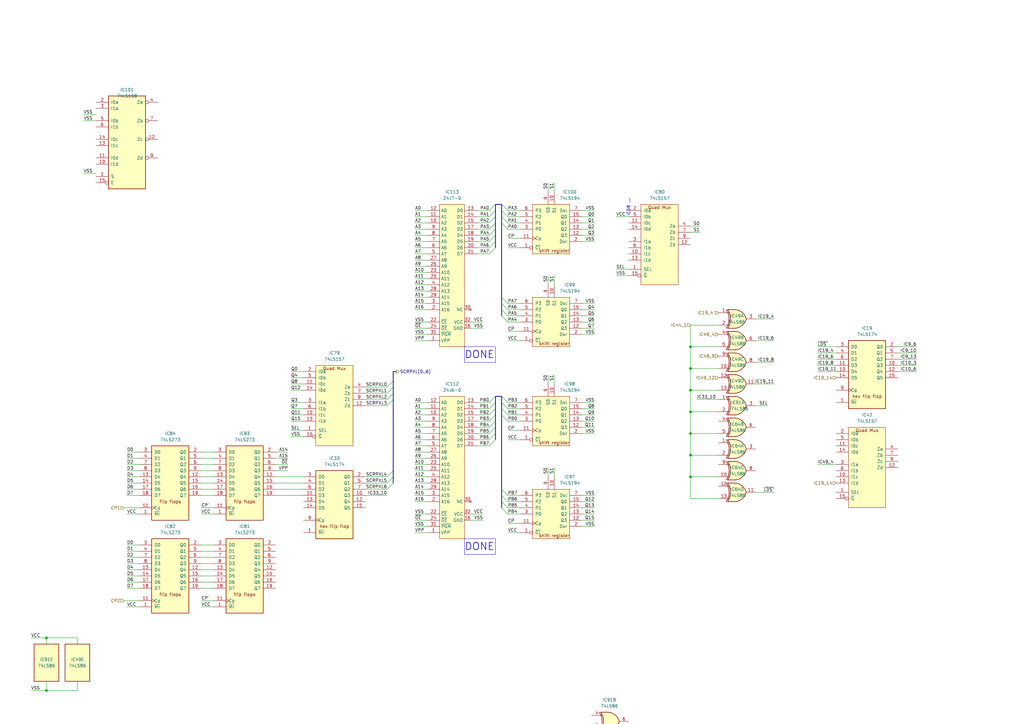
<source format=kicad_sch>
(kicad_sch (version 20231120) (generator "eeschema") (generator_version "8.0")
  (paper "A3")
  (title_block (company "JOTEGO"))
  (lib_symbols
    (symbol "jt74:74LS157" (pin_names (offset 1.016))
      (property "Reference" "U" (at 5.08 16.51 0))
      (property "Value" "74LS157" (at 0 -16.51 0))
      (symbol "74LS157_0_0"
        (text "Quad Mux" (at 0 13.97 0) (effects (font (size 1.27 1.27))))
      )
      (symbol "74LS157_1_0"
        (pin input line (at -12.7 -11.43 0) (length 5.08) (name "SEL") (number "1"))
        (pin input line (at -12.7 -5.08 0) (length 5.08) (name "I1c") (number "10"))
        (pin input line (at -12.7 7.62 0) (length 5.08) (name "I0c") (number "11"))
        (pin output line (at 12.7 -1.27 180) (length 5.08) (name "Zd") (number "12"))
        (pin input line (at -12.7 -7.62 0) (length 5.08) (name "I1d") (number "13"))
        (pin input line (at -12.7 5.08 0) (length 5.08) (name "I0d") (number "14"))
        (pin input inverted (at -12.7 -13.97 0) (length 5.08) (name "~{G}") (number "15"))
        (pin input line (at -12.7 12.7 0) (length 5.08) (name "I0a") (number "2"))
        (pin input line (at -12.7 0 0) (length 5.08) (name "I1a") (number "3"))
        (pin output line (at 12.7 6.35 180) (length 5.08) (name "Za") (number "4"))
        (pin input line (at -12.7 10.16 0) (length 5.08) (name "I0b") (number "5"))
        (pin input line (at -12.7 -2.54 0) (length 5.08) (name "I1b") (number "6"))
        (pin output line (at 12.7 3.81 180) (length 5.08) (name "Zb") (number "7"))
        (pin output line (at 12.7 1.27 180) (length 5.08) (name "Zc") (number "9"))
      )
      (symbol "74LS157_1_1"
        (rectangle (start -7.62 15.24) (end 7.62 -17.78) (fill (type background)))
      )
    )
    (symbol "jt74:74LS158" (pin_names (offset 1.016))
      (property "Reference" "U" (at -7.62 19.05 0))
      (property "Value" "74LS158" (at -7.62 -21.59 0))
      (symbol "74LS158_1_0"
        (pin input line (at -12.7 -15.24 0) (length 5.08) (name "S") (number "1"))
        (pin input line (at -12.7 -10.16 0) (length 5.08) (name "I1d") (number "10"))
        (pin input line (at -12.7 -7.62 0) (length 5.08) (name "I0d") (number "11"))
        (pin output inverted (at 12.7 0 180) (length 5.08) (name "Zc") (number "12"))
        (pin input line (at -12.7 -2.54 0) (length 5.08) (name "I1c") (number "13"))
        (pin input line (at -12.7 0 0) (length 5.08) (name "I0c") (number "14"))
        (pin input inverted (at -12.7 -17.78 0) (length 5.08) (name "E") (number "15"))
        (pin input line (at 0 22.86 270) (length 5.08) hide (name "VCC") (number "16"))
        (pin input line (at -12.7 15.24 0) (length 5.08) (name "I0a") (number "2"))
        (pin input line (at -12.7 12.7 0) (length 5.08) (name "I1a") (number "3"))
        (pin output inverted (at 12.7 15.24 180) (length 5.08) (name "Za") (number "4"))
        (pin input line (at -12.7 7.62 0) (length 5.08) (name "I0b") (number "5"))
        (pin input line (at -12.7 5.08 0) (length 5.08) (name "I1b") (number "6"))
        (pin output inverted (at 12.7 7.62 180) (length 5.08) (name "Zb") (number "7"))
        (pin input line (at 0 -25.4 90) (length 5.08) hide (name "GND") (number "8"))
        (pin output inverted (at 12.7 -7.62 180) (length 5.08) (name "Zd") (number "9"))
      )
      (symbol "74LS158_1_1"
        (rectangle (start -7.62 17.78) (end 7.62 -20.32) (stroke (width 0.254)) (fill (type background)))
      )
    )
    (symbol "jt74:74LS174" (pin_names (offset 1.016))
      (property "Reference" "U" (at 5.08 -12.7 0))
      (property "Value" "74LS174" (at 0 -5.08 0))
      (symbol "74LS174_0_0"
        (text "hex flip flop" (at 0 -10.16 0) (effects (font (size 1.27 1.27))))
      )
      (symbol "74LS174_1_0"
        (pin input line (at -12.7 -12.7 0) (length 5.08) (name "~{Mr}") (number "1"))
        (pin output line (at 12.7 2.54 180) (length 5.08) (name "Q3") (number "10"))
        (pin input line (at -12.7 2.54 0) (length 5.08) (name "D3") (number "11"))
        (pin output line (at 12.7 0 180) (length 5.08) (name "Q4") (number "12"))
        (pin input line (at -12.7 0 0) (length 5.08) (name "D4") (number "13"))
        (pin input line (at -12.7 -2.54 0) (length 5.08) (name "D5") (number "14"))
        (pin output line (at 12.7 -2.54 180) (length 5.08) (name "Q5") (number "15"))
        (pin output line (at 12.7 10.16 180) (length 5.08) (name "Q0") (number "2"))
        (pin input line (at -12.7 10.16 0) (length 5.08) (name "D0") (number "3"))
        (pin input line (at -12.7 7.62 0) (length 5.08) (name "D1") (number "4"))
        (pin output line (at 12.7 7.62 180) (length 5.08) (name "Q1") (number "5"))
        (pin input line (at -12.7 5.08 0) (length 5.08) (name "D2") (number "6"))
        (pin output line (at 12.7 5.08 180) (length 5.08) (name "Q2") (number "7"))
        (pin input clock (at -12.7 -7.62 0) (length 5.08) (name "Cp") (number "9"))
      )
      (symbol "74LS174_1_1"
        (rectangle (start -7.62 12.7) (end 7.62 -15.24) (stroke (width 0.254)) (fill (type background)))
        (pin power_in line (at 0 12.7 270) (length 5.08) hide (name "VCC") (number "16"))
        (pin power_in line (at 0 -15.24 90) (length 5.08) hide (name "VSS") (number "8"))
      )
    )
    (symbol "jt74:74LS194" (pin_names (offset 1.016))
      (property "Reference" "U" (at 0 -2.54 0))
      (property "Value" "74LS194" (at 0 -13.97 0))
      (symbol "74LS194_0_0"
        (text "shift register" (at 1.27 -11.43 0) (effects (font (size 1.27 1.27))))
      )
      (symbol "74LS194_1_0"
        (pin input inverted (at -12.7 -10.16 0) (length 5.08) (name "~{CL}") (number "1"))
        (pin input line (at 1.27 12.7 270) (length 5.08) (name "S1") (number "10"))
        (pin input clock (at -12.7 -6.35 0) (length 5.08) (name "Cp") (number "11"))
        (pin output line (at 12.7 -5.08 180) (length 5.08) (name "Q3") (number "12"))
        (pin output line (at 12.7 -2.54 180) (length 5.08) (name "Q2") (number "13"))
        (pin output line (at 12.7 0 180) (length 5.08) (name "Q1") (number "14"))
        (pin output line (at 12.7 2.54 180) (length 5.08) (name "Q0") (number "15"))
        (pin input line (at 12.7 -7.62 180) (length 5.08) (name "Dsr") (number "2"))
        (pin input line (at -12.7 -2.54 0) (length 5.08) (name "P0") (number "3"))
        (pin input line (at -12.7 0 0) (length 5.08) (name "P1") (number "4"))
        (pin input line (at -12.7 2.54 0) (length 5.08) (name "P2") (number "5"))
        (pin input line (at -12.7 5.08 0) (length 5.08) (name "P3") (number "6"))
        (pin input line (at 12.7 5.08 180) (length 5.08) (name "Dsl") (number "7"))
        (pin input line (at -1.27 12.7 270) (length 5.08) (name "S0") (number "9"))
      )
      (symbol "74LS194_1_1"
        (rectangle (start -7.62 7.62) (end 7.62 -12.7) (fill (type background)))
      )
    )
    (symbol "jt74:74LS273" (pin_names (offset 1.016))
      (property "Reference" "U" (at 0 2.54 0))
      (property "Value" "74LS273" (at 2.54 -13.97 0))
      (symbol "74LS273_0_0"
        (text "flip flops" (at 0 -7.62 0) (effects (font (size 1.27 1.27))))
      )
      (symbol "74LS273_1_0"
        (pin input line (at -12.7 -12.7 0) (length 5.08) (name "~{Mr}") (number "1"))
        (pin input clock (at -12.7 -10.16 0) (length 5.08) (name "Cp") (number "11"))
        (pin output line (at 12.7 2.54 180) (length 5.08) (name "Q4") (number "12"))
        (pin input line (at -12.7 2.54 0) (length 5.08) (name "D4") (number "13"))
        (pin input line (at -12.7 0 0) (length 5.08) (name "D5") (number "14"))
        (pin output line (at 12.7 0 180) (length 5.08) (name "Q5") (number "15"))
        (pin output line (at 12.7 -2.54 180) (length 5.08) (name "Q6") (number "16"))
        (pin input line (at -12.7 -2.54 0) (length 5.08) (name "D6") (number "17"))
        (pin input line (at -12.7 -5.08 0) (length 5.08) (name "D7") (number "18"))
        (pin output line (at 12.7 -5.08 180) (length 5.08) (name "Q7") (number "19"))
        (pin output line (at 12.7 12.7 180) (length 5.08) (name "Q0") (number "2"))
        (pin input line (at -12.7 12.7 0) (length 5.08) (name "D0") (number "3"))
        (pin input line (at -12.7 10.16 0) (length 5.08) (name "D1") (number "4"))
        (pin output line (at 12.7 10.16 180) (length 5.08) (name "Q1") (number "5"))
        (pin output line (at 12.7 7.62 180) (length 5.08) (name "Q2") (number "6"))
        (pin input line (at -12.7 7.62 0) (length 5.08) (name "D2") (number "7"))
        (pin input line (at -12.7 5.08 0) (length 5.08) (name "D3") (number "8"))
        (pin output line (at 12.7 5.08 180) (length 5.08) (name "Q3") (number "9"))
      )
      (symbol "74LS273_1_1"
        (rectangle (start -7.62 15.24) (end 7.62 -15.24) (stroke (width 0.254)) (fill (type background)))
      )
    )
    (symbol "jt74:74LS86" (pin_names (offset 1.016))
      (property "Reference" "U" (at 0 1.27 0))
      (property "Value" "74LS86" (at 0 -1.27 0))
      (symbol "74LS86_1_0"
        (arc (start -4.4196 -3.81) (mid -3.2033 0) (end -4.4196 3.81) (stroke (width 0.254)))
        (arc (start -3.81 -3.81) (mid -2.589 0) (end -3.81 3.81) (stroke (width 0.254)))
        (arc (start -0.6096 -3.81) (mid 2.1842 -2.5851) (end 3.81 0) (stroke (width 0.254)) (fill (type background)))
        (polyline (pts (xy -3.81 -3.81) (xy -0.635 -3.81)) (stroke (width 0.254)) (fill (type background)))
        (polyline (pts (xy -3.81 3.81) (xy -0.635 3.81)) (stroke (width 0.254)) (fill (type background)))
        (polyline (pts (xy -0.635 3.81) (xy -3.81 3.81) (xy -3.81 3.81) (xy -3.556 3.4036) (xy -3.0226 2.2606) (xy -2.6924 1.0414) (xy -2.6162 -0.254) (xy -2.7686 -1.4986) (xy -3.175 -2.7178) (xy -3.81 -3.81) (xy -3.81 -3.81) (xy -0.635 -3.81)) (stroke (width -25.4)) (fill (type background)))
        (arc (start 3.81 0) (mid 2.1915 2.5936) (end -0.6096 3.81) (stroke (width 0.254)) (fill (type background)))
        (pin input line (at -7.62 2.54 0) (length 4.445) (name "~") (number "1"))
        (pin input line (at -7.62 -2.54 0) (length 4.445) (name "~") (number "2"))
        (pin output line (at 7.62 0 180) (length 3.81) (name "~") (number "3"))
      )
      (symbol "74LS86_1_1"
        (polyline (pts (xy -3.81 -2.54) (xy -3.175 -2.54)) (stroke (width 0.1524)))
        (polyline (pts (xy -3.81 2.54) (xy -3.175 2.54)) (stroke (width 0.1524)))
      )
      (symbol "74LS86_2_0"
        (arc (start -4.4196 -3.81) (mid -3.2033 0) (end -4.4196 3.81) (stroke (width 0.254)))
        (arc (start -3.81 -3.81) (mid -2.589 0) (end -3.81 3.81) (stroke (width 0.254)))
        (arc (start -0.6096 -3.81) (mid 2.1842 -2.5851) (end 3.81 0) (stroke (width 0.254)) (fill (type background)))
        (polyline (pts (xy -3.81 -3.81) (xy -0.635 -3.81)) (stroke (width 0.254)) (fill (type background)))
        (polyline (pts (xy -3.81 3.81) (xy -0.635 3.81)) (stroke (width 0.254)) (fill (type background)))
        (polyline (pts (xy -0.635 3.81) (xy -3.81 3.81) (xy -3.81 3.81) (xy -3.556 3.4036) (xy -3.0226 2.2606) (xy -2.6924 1.0414) (xy -2.6162 -0.254) (xy -2.7686 -1.4986) (xy -3.175 -2.7178) (xy -3.81 -3.81) (xy -3.81 -3.81) (xy -0.635 -3.81)) (stroke (width -25.4)) (fill (type background)))
        (arc (start 3.81 0) (mid 2.1915 2.5936) (end -0.6096 3.81) (stroke (width 0.254)) (fill (type background)))
        (pin input line (at -7.62 2.54 0) (length 4.445) (name "~") (number "4"))
        (pin input line (at -7.62 -2.54 0) (length 4.445) (name "~") (number "5"))
        (pin output line (at 7.62 0 180) (length 3.81) (name "~") (number "6"))
      )
      (symbol "74LS86_2_1"
        (polyline (pts (xy -3.81 -2.54) (xy -3.175 -2.54)) (stroke (width 0.1524)))
        (polyline (pts (xy -3.81 2.54) (xy -3.175 2.54)) (stroke (width 0.1524)))
      )
      (symbol "74LS86_3_0"
        (arc (start -4.4196 -3.81) (mid -3.2033 0) (end -4.4196 3.81) (stroke (width 0.254)))
        (arc (start -3.81 -3.81) (mid -2.589 0) (end -3.81 3.81) (stroke (width 0.254)))
        (arc (start -0.6096 -3.81) (mid 2.1842 -2.5851) (end 3.81 0) (stroke (width 0.254)) (fill (type background)))
        (polyline (pts (xy -3.81 -3.81) (xy -0.635 -3.81)) (stroke (width 0.254)) (fill (type background)))
        (polyline (pts (xy -3.81 3.81) (xy -0.635 3.81)) (stroke (width 0.254)) (fill (type background)))
        (polyline (pts (xy -0.635 3.81) (xy -3.81 3.81) (xy -3.81 3.81) (xy -3.556 3.4036) (xy -3.0226 2.2606) (xy -2.6924 1.0414) (xy -2.6162 -0.254) (xy -2.7686 -1.4986) (xy -3.175 -2.7178) (xy -3.81 -3.81) (xy -3.81 -3.81) (xy -0.635 -3.81)) (stroke (width -25.4)) (fill (type background)))
        (arc (start 3.81 0) (mid 2.1915 2.5936) (end -0.6096 3.81) (stroke (width 0.254)) (fill (type background)))
        (pin input line (at -7.62 -2.54 0) (length 4.445) (name "~") (number "10"))
        (pin output line (at 7.62 0 180) (length 3.81) (name "~") (number "8"))
        (pin input line (at -7.62 2.54 0) (length 4.445) (name "~") (number "9"))
      )
      (symbol "74LS86_3_1"
        (polyline (pts (xy -3.81 -2.54) (xy -3.175 -2.54)) (stroke (width 0.1524)))
        (polyline (pts (xy -3.81 2.54) (xy -3.175 2.54)) (stroke (width 0.1524)))
      )
      (symbol "74LS86_4_0"
        (arc (start -4.4196 -3.81) (mid -3.2033 0) (end -4.4196 3.81) (stroke (width 0.254)))
        (arc (start -3.81 -3.81) (mid -2.589 0) (end -3.81 3.81) (stroke (width 0.254)))
        (arc (start -0.6096 -3.81) (mid 2.1842 -2.5851) (end 3.81 0) (stroke (width 0.254)) (fill (type background)))
        (polyline (pts (xy -3.81 -3.81) (xy -0.635 -3.81)) (stroke (width 0.254)) (fill (type background)))
        (polyline (pts (xy -3.81 3.81) (xy -0.635 3.81)) (stroke (width 0.254)) (fill (type background)))
        (polyline (pts (xy -0.635 3.81) (xy -3.81 3.81) (xy -3.81 3.81) (xy -3.556 3.4036) (xy -3.0226 2.2606) (xy -2.6924 1.0414) (xy -2.6162 -0.254) (xy -2.7686 -1.4986) (xy -3.175 -2.7178) (xy -3.81 -3.81) (xy -3.81 -3.81) (xy -0.635 -3.81)) (stroke (width -25.4)) (fill (type background)))
        (arc (start 3.81 0) (mid 2.1915 2.5936) (end -0.6096 3.81) (stroke (width 0.254)) (fill (type background)))
        (pin output line (at 7.62 0 180) (length 3.81) (name "~") (number "11"))
        (pin input line (at -7.62 2.54 0) (length 4.445) (name "~") (number "12"))
        (pin input line (at -7.62 -2.54 0) (length 4.445) (name "~") (number "13"))
      )
      (symbol "74LS86_4_1"
        (polyline (pts (xy -3.81 -2.54) (xy -3.175 -2.54)) (stroke (width 0.1524)))
        (polyline (pts (xy -3.81 2.54) (xy -3.175 2.54)) (stroke (width 0.1524)))
      )
      (symbol "74LS86_5_0"
        (pin power_in line (at 0 7.62 270) (length 5.08) hide (name "VCC") (number "14"))
        (pin power_in line (at 0 -7.62 90) (length 5.08) hide (name "VSS") (number "7"))
      )
      (symbol "74LS86_5_1"
        (rectangle (start -5.08 7.62) (end 5.08 -7.62) (stroke (width 0.254)) (fill (type background)))
      )
    )
    (symbol "jt_rom:27C1000"
      (property "Reference" "U" (at 0 33.02 0))
      (property "Value" "27C1000" (at 0 30.48 0))
      (symbol "27C1000_1_0"
        (pin no_connect line (at 7.62 -13.97 180) (length 2.54) (name "NC") (number "30"))
      )
      (symbol "27C1000_1_1"
        (rectangle (start -5.08 29.21) (end 5.08 -29.21) (fill (type background)))
        (pin input line (at -10.16 -26.67 0) (length 5.08) (name "VPP") (number "1"))
        (pin input line (at -10.16 21.59 0) (length 5.08) (name "A2") (number "10"))
        (pin input line (at -10.16 24.13 0) (length 5.08) (name "A1") (number "11"))
        (pin input line (at -10.16 26.67 0) (length 5.08) (name "A0") (number "12"))
        (pin tri_state line (at 10.16 26.67 180) (length 5.08) (name "D0") (number "13"))
        (pin tri_state line (at 10.16 24.13 180) (length 5.08) (name "D1") (number "14"))
        (pin tri_state line (at 10.16 21.59 180) (length 5.08) (name "D2") (number "15"))
        (pin power_in line (at 7.62 -21.59 180) (length 2.54) (name "GND") (number "16"))
        (pin tri_state line (at 10.16 19.05 180) (length 5.08) (name "D3") (number "17"))
        (pin tri_state line (at 10.16 16.51 180) (length 5.08) (name "D4") (number "18"))
        (pin tri_state line (at 10.16 13.97 180) (length 5.08) (name "D5") (number "19"))
        (pin input line (at -10.16 -13.97 0) (length 5.08) (name "A16") (number "2"))
        (pin tri_state line (at 10.16 11.43 180) (length 5.08) (name "D6") (number "20"))
        (pin tri_state line (at 10.16 8.89 180) (length 5.08) (name "D7") (number "21"))
        (pin input line (at -10.16 -19.05 0) (length 5.08) (name "~{CE}") (number "22"))
        (pin input line (at -10.16 1.27 0) (length 5.08) (name "A10") (number "23"))
        (pin input line (at -10.16 -21.59 0) (length 5.08) (name "~{OE}") (number "24"))
        (pin input line (at -10.16 -1.27 0) (length 5.08) (name "A11") (number "25"))
        (pin input line (at -10.16 3.81 0) (length 5.08) (name "A9") (number "26"))
        (pin input line (at -10.16 6.35 0) (length 5.08) (name "A8") (number "27"))
        (pin input line (at -10.16 -6.35 0) (length 5.08) (name "A13") (number "28"))
        (pin input line (at -10.16 -8.89 0) (length 5.08) (name "A14") (number "29"))
        (pin input line (at -10.16 -11.43 0) (length 5.08) (name "A15") (number "3"))
        (pin input line (at -10.16 -24.13 0) (length 5.08) (name "~{PGM}") (number "31"))
        (pin power_in line (at 7.62 -19.05 180) (length 2.54) (name "VCC") (number "32"))
        (pin input line (at -10.16 -3.81 0) (length 5.08) (name "A12") (number "4"))
        (pin input line (at -10.16 8.89 0) (length 5.08) (name "A7") (number "5"))
        (pin input line (at -10.16 11.43 0) (length 5.08) (name "A6") (number "6"))
        (pin input line (at -10.16 13.97 0) (length 5.08) (name "A5") (number "7"))
        (pin input line (at -10.16 16.51 0) (length 5.08) (name "A4") (number "8"))
        (pin input line (at -10.16 19.05 0) (length 5.08) (name "A3") (number "9"))
      )
    )
  )
  (junction (at 19.05 261.62))
  (junction (at 283.21 177.8))
  (junction (at 283.21 160.02))
  (junction (at 283.21 195.58))
  (junction (at 19.05 283.21))
  (junction (at 283.21 142.24))
  (junction (at 283.21 186.69))
  (junction (at 283.21 168.91))
  (junction (at 283.21 151.13))
  (bus_entry (at 200.66 101.6) (size 2.54 -2.54))
  (bus_entry (at 200.66 86.36) (size 2.54 -2.54))
  (bus_entry (at 205.74 170.18) (size 2.54 2.54))
  (bus_entry (at 200.66 165.1) (size 2.54 -2.54))
  (bus_entry (at 205.74 127) (size 2.54 2.54))
  (bus_entry (at 200.66 180.34) (size 2.54 -2.54))
  (bus_entry (at 205.74 200.66) (size 2.54 2.54))
  (bus_entry (at 205.74 165.1) (size 2.54 2.54))
  (bus_entry (at 205.74 203.2) (size 2.54 2.54))
  (bus_entry (at 205.74 83.82) (size 2.54 2.54))
  (bus_entry (at 205.74 121.92) (size 2.54 2.54))
  (bus_entry (at 158.75 198.12) (size 2.54 -2.54))
  (bus_entry (at 200.66 170.18) (size 2.54 -2.54))
  (bus_entry (at 200.66 175.26) (size 2.54 -2.54))
  (bus_entry (at 200.66 182.88) (size 2.54 -2.54))
  (bus_entry (at 205.74 124.46) (size 2.54 2.54))
  (bus_entry (at 205.74 167.64) (size 2.54 2.54))
  (bus_entry (at 200.66 93.98) (size 2.54 -2.54))
  (bus_entry (at 158.75 195.58) (size 2.54 -2.54))
  (bus_entry (at 158.75 161.29) (size 2.54 -2.54))
  (bus_entry (at 200.66 91.44) (size 2.54 -2.54))
  (bus_entry (at 158.75 163.83) (size 2.54 -2.54))
  (bus_entry (at 205.74 208.28) (size 2.54 2.54))
  (bus_entry (at 158.75 200.66) (size 2.54 -2.54))
  (bus_entry (at 205.74 86.36) (size 2.54 2.54))
  (bus_entry (at 200.66 167.64) (size 2.54 -2.54))
  (bus_entry (at 205.74 162.56) (size 2.54 2.54))
  (bus_entry (at 205.74 129.54) (size 2.54 2.54))
  (bus_entry (at 200.66 96.52) (size 2.54 -2.54))
  (bus_entry (at 200.66 99.06) (size 2.54 -2.54))
  (bus_entry (at 200.66 104.14) (size 2.54 -2.54))
  (bus_entry (at 158.75 158.75) (size 2.54 -2.54))
  (bus_entry (at 205.74 88.9) (size 2.54 2.54))
  (bus_entry (at 200.66 177.8) (size 2.54 -2.54))
  (bus_entry (at 200.66 172.72) (size 2.54 -2.54))
  (bus_entry (at 205.74 91.44) (size 2.54 2.54))
  (bus_entry (at 205.74 205.74) (size 2.54 2.54))
  (bus_entry (at 200.66 88.9) (size 2.54 -2.54))
  (bus_entry (at 158.75 166.37) (size 2.54 -2.54))
  (bus (pts (xy 203.2 165.1) (xy 203.2 167.64)))
  (wire (pts (xy 119.38 152.4) (xy 124.46 152.4)))
  (wire (pts (xy 200.66 88.9) (xy 195.58 88.9)))
  (wire (pts (xy 375.92 152.4) (xy 368.3 152.4)))
  (wire (pts (xy 335.28 152.4) (xy 342.9 152.4)))
  (wire (pts (xy 52.07 190.5) (xy 57.15 190.5)))
  (wire (pts (xy 52.07 185.42) (xy 57.15 185.42)))
  (wire (pts (xy 170.18 111.76) (xy 175.26 111.76)))
  (wire (pts (xy 283.21 133.35) (xy 294.64 133.35)))
  (wire (pts (xy 82.55 248.92) (xy 87.63 248.92)))
  (wire (pts (xy 119.38 157.48) (xy 124.46 157.48)))
  (wire (pts (xy 294.64 195.58) (xy 283.21 195.58)))
  (wire (pts (xy 158.75 203.2) (xy 149.86 203.2)))
  (wire (pts (xy 87.63 241.3) (xy 82.55 241.3)))
  (wire (pts (xy 170.18 213.36) (xy 175.26 213.36)))
  (bus (pts (xy 203.2 93.98) (xy 203.2 96.52)))
  (wire (pts (xy 335.28 149.86) (xy 342.9 149.86)))
  (bus (pts (xy 161.29 198.12) (xy 161.29 195.58)))
  (wire (pts (xy 283.21 151.13) (xy 283.21 160.02)))
  (wire (pts (xy 208.28 176.53) (xy 213.36 176.53)))
  (wire (pts (xy 287.02 92.71) (xy 283.21 92.71)))
  (wire (pts (xy 200.66 177.8) (xy 195.58 177.8)))
  (wire (pts (xy 208.28 127) (xy 213.36 127)))
  (wire (pts (xy 208.28 132.08) (xy 213.36 132.08)))
  (wire (pts (xy 243.84 96.52) (xy 238.76 96.52)))
  (bus (pts (xy 203.2 91.44) (xy 203.2 93.98)))
  (wire (pts (xy 208.28 208.28) (xy 213.36 208.28)))
  (wire (pts (xy 283.21 142.24) (xy 283.21 151.13)))
  (wire (pts (xy 170.18 104.14) (xy 175.26 104.14)))
  (wire (pts (xy 19.05 264.16) (xy 19.05 261.62)))
  (wire (pts (xy 50.8 208.28) (xy 57.15 208.28)))
  (wire (pts (xy 82.55 246.38) (xy 87.63 246.38)))
  (bus (pts (xy 205.74 124.46) (xy 205.74 121.92)))
  (wire (pts (xy 208.28 167.64) (xy 213.36 167.64)))
  (wire (pts (xy 87.63 236.22) (xy 82.55 236.22)))
  (bus (pts (xy 203.2 162.56) (xy 203.2 165.1)))
  (wire (pts (xy 170.18 198.12) (xy 175.26 198.12)))
  (wire (pts (xy 227.33 191.77) (xy 227.33 195.58)))
  (wire (pts (xy 243.84 213.36) (xy 238.76 213.36)))
  (wire (pts (xy 200.66 182.88) (xy 195.58 182.88)))
  (wire (pts (xy 375.92 144.78) (xy 368.3 144.78)))
  (bus (pts (xy 161.29 195.58) (xy 161.29 193.04)))
  (wire (pts (xy 170.18 165.1) (xy 175.26 165.1)))
  (wire (pts (xy 243.84 203.2) (xy 238.76 203.2)))
  (wire (pts (xy 170.18 185.42) (xy 175.26 185.42)))
  (wire (pts (xy 335.28 147.32) (xy 342.9 147.32)))
  (wire (pts (xy 287.02 95.25) (xy 283.21 95.25)))
  (wire (pts (xy 294.64 204.47) (xy 283.21 204.47)))
  (wire (pts (xy 170.18 195.58) (xy 175.26 195.58)))
  (wire (pts (xy 208.28 218.44) (xy 213.36 218.44)))
  (wire (pts (xy 170.18 167.64) (xy 175.26 167.64)))
  (wire (pts (xy 208.28 205.74) (xy 213.36 205.74)))
  (wire (pts (xy 283.21 195.58) (xy 283.21 186.69)))
  (wire (pts (xy 170.18 215.9) (xy 175.26 215.9)))
  (wire (pts (xy 170.18 101.6) (xy 175.26 101.6)))
  (wire (pts (xy 158.75 158.75) (xy 149.86 158.75)))
  (wire (pts (xy 227.33 74.93) (xy 227.33 78.74)))
  (wire (pts (xy 87.63 195.58) (xy 82.55 195.58)))
  (wire (pts (xy 31.75 264.16) (xy 31.75 261.62)))
  (wire (pts (xy 243.84 205.74) (xy 238.76 205.74)))
  (wire (pts (xy 50.8 246.38) (xy 57.15 246.38)))
  (wire (pts (xy 317.5 148.59) (xy 309.88 148.59)))
  (wire (pts (xy 294.64 177.8) (xy 283.21 177.8)))
  (wire (pts (xy 170.18 137.16) (xy 175.26 137.16)))
  (wire (pts (xy 224.79 153.67) (xy 224.79 157.48)))
  (wire (pts (xy 294.64 160.02) (xy 283.21 160.02)))
  (bus (pts (xy 205.74 165.1) (xy 205.74 162.56)))
  (wire (pts (xy 170.18 175.26) (xy 175.26 175.26)))
  (wire (pts (xy 224.79 74.93) (xy 224.79 78.74)))
  (wire (pts (xy 170.18 172.72) (xy 175.26 172.72)))
  (wire (pts (xy 243.84 129.54) (xy 238.76 129.54)))
  (bus (pts (xy 205.74 91.44) (xy 205.74 88.9)))
  (wire (pts (xy 119.38 165.1) (xy 124.46 165.1)))
  (wire (pts (xy 124.46 198.12) (xy 113.03 198.12)))
  (wire (pts (xy 52.07 203.2) (xy 57.15 203.2)))
  (wire (pts (xy 158.75 166.37) (xy 149.86 166.37)))
  (wire (pts (xy 87.63 193.04) (xy 82.55 193.04)))
  (wire (pts (xy 309.88 201.93) (xy 317.5 201.93)))
  (wire (pts (xy 87.63 200.66) (xy 82.55 200.66)))
  (bus (pts (xy 205.74 121.92) (xy 205.74 91.44)))
  (wire (pts (xy 243.84 132.08) (xy 238.76 132.08)))
  (wire (pts (xy 170.18 182.88) (xy 175.26 182.88)))
  (wire (pts (xy 118.11 193.04) (xy 113.03 193.04)))
  (wire (pts (xy 208.28 214.63) (xy 213.36 214.63)))
  (wire (pts (xy 208.28 124.46) (xy 213.36 124.46)))
  (bus (pts (xy 203.2 86.36) (xy 203.2 88.9)))
  (bus (pts (xy 205.74 200.66) (xy 205.74 170.18)))
  (wire (pts (xy 243.84 134.62) (xy 238.76 134.62)))
  (bus (pts (xy 205.74 127) (xy 205.74 124.46)))
  (wire (pts (xy 375.92 149.86) (xy 368.3 149.86)))
  (wire (pts (xy 31.75 283.21) (xy 19.05 283.21)))
  (wire (pts (xy 243.84 165.1) (xy 238.76 165.1)))
  (wire (pts (xy 243.84 91.44) (xy 238.76 91.44)))
  (wire (pts (xy 119.38 170.18) (xy 124.46 170.18)))
  (wire (pts (xy 158.75 163.83) (xy 149.86 163.83)))
  (wire (pts (xy 87.63 223.52) (xy 82.55 223.52)))
  (wire (pts (xy 87.63 228.6) (xy 82.55 228.6)))
  (wire (pts (xy 119.38 160.02) (xy 124.46 160.02)))
  (wire (pts (xy 227.33 153.67) (xy 227.33 157.48)))
  (bus (pts (xy 205.74 162.56) (xy 203.2 162.56)))
  (wire (pts (xy 208.28 165.1) (xy 213.36 165.1)))
  (wire (pts (xy 208.28 93.98) (xy 213.36 93.98)))
  (bus (pts (xy 205.74 129.54) (xy 205.74 127)))
  (wire (pts (xy 170.18 193.04) (xy 175.26 193.04)))
  (wire (pts (xy 243.84 93.98) (xy 238.76 93.98)))
  (wire (pts (xy 208.28 86.36) (xy 213.36 86.36)))
  (wire (pts (xy 208.28 97.79) (xy 213.36 97.79)))
  (wire (pts (xy 19.05 279.4) (xy 19.05 283.21)))
  (wire (pts (xy 170.18 116.84) (xy 175.26 116.84)))
  (wire (pts (xy 170.18 119.38) (xy 175.26 119.38)))
  (wire (pts (xy 34.29 71.12) (xy 39.37 71.12)))
  (wire (pts (xy 119.38 176.53) (xy 124.46 176.53)))
  (wire (pts (xy 87.63 233.68) (xy 82.55 233.68)))
  (wire (pts (xy 170.18 132.08) (xy 175.26 132.08)))
  (wire (pts (xy 208.28 101.6) (xy 213.36 101.6)))
  (wire (pts (xy 31.75 279.4) (xy 31.75 283.21)))
  (wire (pts (xy 243.84 88.9) (xy 238.76 88.9)))
  (wire (pts (xy 283.21 133.35) (xy 283.21 142.24)))
  (wire (pts (xy 243.84 124.46) (xy 238.76 124.46)))
  (wire (pts (xy 82.55 208.28) (xy 87.63 208.28)))
  (wire (pts (xy 170.18 93.98) (xy 175.26 93.98)))
  (bus (pts (xy 203.2 177.8) (xy 203.2 180.34)))
  (wire (pts (xy 198.12 132.08) (xy 193.04 132.08)))
  (wire (pts (xy 52.07 231.14) (xy 57.15 231.14)))
  (wire (pts (xy 170.18 139.7) (xy 175.26 139.7)))
  (wire (pts (xy 118.11 187.96) (xy 113.03 187.96)))
  (wire (pts (xy 52.07 200.66) (xy 57.15 200.66)))
  (wire (pts (xy 82.55 210.82) (xy 87.63 210.82)))
  (bus (pts (xy 161.29 156.21) (xy 161.29 158.75)))
  (bus (pts (xy 203.2 99.06) (xy 203.2 101.6)))
  (wire (pts (xy 317.5 157.48) (xy 309.88 157.48)))
  (wire (pts (xy 200.66 165.1) (xy 195.58 165.1)))
  (wire (pts (xy 170.18 88.9) (xy 175.26 88.9)))
  (wire (pts (xy 34.29 46.99) (xy 39.37 46.99)))
  (bus (pts (xy 205.74 86.36) (xy 205.74 83.82)))
  (bus (pts (xy 205.74 167.64) (xy 205.74 165.1)))
  (wire (pts (xy 158.75 195.58) (xy 149.86 195.58)))
  (wire (pts (xy 200.66 91.44) (xy 195.58 91.44)))
  (wire (pts (xy 335.28 144.78) (xy 342.9 144.78)))
  (wire (pts (xy 170.18 205.74) (xy 175.26 205.74)))
  (wire (pts (xy 208.28 135.89) (xy 213.36 135.89)))
  (wire (pts (xy 170.18 96.52) (xy 175.26 96.52)))
  (wire (pts (xy 283.21 151.13) (xy 294.64 151.13)))
  (wire (pts (xy 158.75 161.29) (xy 149.86 161.29)))
  (wire (pts (xy 52.07 248.92) (xy 57.15 248.92)))
  (wire (pts (xy 208.28 129.54) (xy 213.36 129.54)))
  (wire (pts (xy 170.18 114.3) (xy 175.26 114.3)))
  (wire (pts (xy 243.84 167.64) (xy 238.76 167.64)))
  (wire (pts (xy 252.73 88.9) (xy 257.81 88.9)))
  (wire (pts (xy 283.21 186.69) (xy 283.21 177.8)))
  (wire (pts (xy 200.66 93.98) (xy 195.58 93.98)))
  (wire (pts (xy 52.07 198.12) (xy 57.15 198.12)))
  (wire (pts (xy 170.18 124.46) (xy 175.26 124.46)))
  (wire (pts (xy 208.28 180.34) (xy 213.36 180.34)))
  (wire (pts (xy 243.84 99.06) (xy 238.76 99.06)))
  (bus (pts (xy 203.2 96.52) (xy 203.2 99.06)))
  (wire (pts (xy 170.18 190.5) (xy 175.26 190.5)))
  (wire (pts (xy 200.66 172.72) (xy 195.58 172.72)))
  (bus (pts (xy 205.74 208.28) (xy 205.74 205.74)))
  (wire (pts (xy 243.84 127) (xy 238.76 127)))
  (wire (pts (xy 52.07 236.22) (xy 57.15 236.22)))
  (wire (pts (xy 375.92 142.24) (xy 368.3 142.24)))
  (bus (pts (xy 161.29 152.4) (xy 161.29 156.21)))
  (wire (pts (xy 124.46 203.2) (xy 113.03 203.2)))
  (wire (pts (xy 208.28 172.72) (xy 213.36 172.72)))
  (wire (pts (xy 52.07 193.04) (xy 57.15 193.04)))
  (wire (pts (xy 283.21 177.8) (xy 283.21 168.91)))
  (wire (pts (xy 87.63 190.5) (xy 82.55 190.5)))
  (wire (pts (xy 158.75 198.12) (xy 149.86 198.12)))
  (bus (pts (xy 161.29 158.75) (xy 161.29 161.29)))
  (wire (pts (xy 119.38 172.72) (xy 124.46 172.72)))
  (wire (pts (xy 170.18 170.18) (xy 175.26 170.18)))
  (wire (pts (xy 87.63 203.2) (xy 82.55 203.2)))
  (bus (pts (xy 161.29 193.04) (xy 161.29 163.83)))
  (wire (pts (xy 283.21 160.02) (xy 283.21 168.91)))
  (bus (pts (xy 203.2 175.26) (xy 203.2 177.8)))
  (wire (pts (xy 243.84 175.26) (xy 238.76 175.26)))
  (wire (pts (xy 335.28 190.5) (xy 342.9 190.5)))
  (wire (pts (xy 87.63 226.06) (xy 82.55 226.06)))
  (wire (pts (xy 52.07 228.6) (xy 57.15 228.6)))
  (wire (pts (xy 317.5 130.81) (xy 309.88 130.81)))
  (wire (pts (xy 170.18 99.06) (xy 175.26 99.06)))
  (wire (pts (xy 124.46 195.58) (xy 113.03 195.58)))
  (wire (pts (xy 170.18 203.2) (xy 175.26 203.2)))
  (bus (pts (xy 205.74 205.74) (xy 205.74 203.2)))
  (wire (pts (xy 198.12 134.62) (xy 193.04 134.62)))
  (wire (pts (xy 170.18 127) (xy 175.26 127)))
  (wire (pts (xy 243.84 170.18) (xy 238.76 170.18)))
  (wire (pts (xy 243.84 172.72) (xy 238.76 172.72)))
  (wire (pts (xy 52.07 233.68) (xy 57.15 233.68)))
  (wire (pts (xy 52.07 187.96) (xy 57.15 187.96)))
  (wire (pts (xy 119.38 179.07) (xy 124.46 179.07)))
  (wire (pts (xy 200.66 101.6) (xy 195.58 101.6)))
  (wire (pts (xy 208.28 88.9) (xy 213.36 88.9)))
  (wire (pts (xy 224.79 191.77) (xy 224.79 195.58)))
  (bus (pts (xy 161.29 161.29) (xy 161.29 163.83)))
  (wire (pts (xy 52.07 210.82) (xy 57.15 210.82)))
  (wire (pts (xy 342.9 142.24) (xy 335.28 142.24)))
  (wire (pts (xy 252.73 113.03) (xy 257.81 113.03)))
  (wire (pts (xy 124.46 200.66) (xy 113.03 200.66)))
  (wire (pts (xy 87.63 238.76) (xy 82.55 238.76)))
  (wire (pts (xy 243.84 210.82) (xy 238.76 210.82)))
  (wire (pts (xy 200.66 86.36) (xy 195.58 86.36)))
  (wire (pts (xy 208.28 210.82) (xy 213.36 210.82)))
  (wire (pts (xy 200.66 96.52) (xy 195.58 96.52)))
  (wire (pts (xy 87.63 231.14) (xy 82.55 231.14)))
  (wire (pts (xy 200.66 170.18) (xy 195.58 170.18)))
  (wire (pts (xy 198.12 213.36) (xy 193.04 213.36)))
  (wire (pts (xy 87.63 185.42) (xy 82.55 185.42)))
  (wire (pts (xy 170.18 91.44) (xy 175.26 91.44)))
  (wire (pts (xy 314.96 166.37) (xy 309.88 166.37)))
  (wire (pts (xy 224.79 113.03) (xy 224.79 116.84)))
  (wire (pts (xy 243.84 208.28) (xy 238.76 208.28)))
  (wire (pts (xy 200.66 99.06) (xy 195.58 99.06)))
  (wire (pts (xy 375.92 147.32) (xy 368.3 147.32)))
  (wire (pts (xy 200.66 104.14) (xy 195.58 104.14)))
  (wire (pts (xy 252.73 110.49) (xy 257.81 110.49)))
  (wire (pts (xy 170.18 187.96) (xy 175.26 187.96)))
  (wire (pts (xy 158.75 200.66) (xy 149.86 200.66)))
  (wire (pts (xy 170.18 134.62) (xy 175.26 134.62)))
  (wire (pts (xy 208.28 139.7) (xy 213.36 139.7)))
  (wire (pts (xy 243.84 215.9) (xy 238.76 215.9)))
  (wire (pts (xy 208.28 91.44) (xy 213.36 91.44)))
  (wire (pts (xy 31.75 261.62) (xy 19.05 261.62)))
  (bus (pts (xy 203.2 172.72) (xy 203.2 175.26)))
  (bus (pts (xy 161.29 152.4) (xy 162.56 152.4)))
  (wire (pts (xy 87.63 198.12) (xy 82.55 198.12)))
  (wire (pts (xy 227.33 113.03) (xy 227.33 116.84)))
  (wire (pts (xy 170.18 109.22) (xy 175.26 109.22)))
  (wire (pts (xy 170.18 180.34) (xy 175.26 180.34)))
  (wire (pts (xy 34.29 49.53) (xy 39.37 49.53)))
  (bus (pts (xy 203.2 88.9) (xy 203.2 91.44)))
  (wire (pts (xy 170.18 177.8) (xy 175.26 177.8)))
  (wire (pts (xy 52.07 238.76) (xy 57.15 238.76)))
  (wire (pts (xy 317.5 139.7) (xy 309.88 139.7)))
  (wire (pts (xy 170.18 200.66) (xy 175.26 200.66)))
  (wire (pts (xy 118.11 185.42) (xy 113.03 185.42)))
  (wire (pts (xy 285.75 163.83) (xy 294.64 163.83)))
  (wire (pts (xy 119.38 167.64) (xy 124.46 167.64)))
  (wire (pts (xy 243.84 86.36) (xy 238.76 86.36)))
  (wire (pts (xy 200.66 175.26) (xy 195.58 175.26)))
  (wire (pts (xy 52.07 241.3) (xy 57.15 241.3)))
  (wire (pts (xy 12.7 283.21) (xy 19.05 283.21)))
  (wire (pts (xy 200.66 167.64) (xy 195.58 167.64)))
  (wire (pts (xy 283.21 142.24) (xy 294.64 142.24)))
  (wire (pts (xy 283.21 168.91) (xy 294.64 168.91)))
  (bus (pts (xy 203.2 167.64) (xy 203.2 170.18)))
  (bus (pts (xy 203.2 170.18) (xy 203.2 172.72)))
  (wire (pts (xy 52.07 223.52) (xy 57.15 223.52)))
  (wire (pts (xy 118.11 190.5) (xy 113.03 190.5)))
  (bus (pts (xy 205.74 83.82) (xy 203.2 83.82)))
  (wire (pts (xy 170.18 121.92) (xy 175.26 121.92)))
  (wire (pts (xy 170.18 86.36) (xy 175.26 86.36)))
  (bus (pts (xy 205.74 170.18) (xy 205.74 167.64)))
  (wire (pts (xy 208.28 203.2) (xy 213.36 203.2)))
  (wire (pts (xy 294.64 186.69) (xy 283.21 186.69)))
  (wire (pts (xy 87.63 187.96) (xy 82.55 187.96)))
  (wire (pts (xy 52.07 226.06) (xy 57.15 226.06)))
  (wire (pts (xy 243.84 177.8) (xy 238.76 177.8)))
  (wire (pts (xy 12.7 261.62) (xy 19.05 261.62)))
  (bus (pts (xy 205.74 203.2) (xy 205.74 200.66)))
  (wire (pts (xy 283.21 204.47) (xy 283.21 195.58)))
  (wire (pts (xy 198.12 210.82) (xy 193.04 210.82)))
  (bus (pts (xy 203.2 83.82) (xy 203.2 86.36)))
  (wire (pts (xy 170.18 210.82) (xy 175.26 210.82)))
  (wire (pts (xy 170.18 218.44) (xy 175.26 218.44)))
  (wire (pts (xy 208.28 170.18) (xy 213.36 170.18)))
  (bus (pts (xy 205.74 88.9) (xy 205.74 86.36)))
  (wire (pts (xy 200.66 180.34) (xy 195.58 180.34)))
  (wire (pts (xy 119.38 154.94) (xy 124.46 154.94)))
  (wire (pts (xy 170.18 106.68) (xy 175.26 106.68)))
  (wire (pts (xy 52.07 195.58) (xy 57.15 195.58)))
  (wire (pts (xy 243.84 137.16) (xy 238.76 137.16)))
  (rectangle (start 190.5 142.24) (end 203.2 148.59) (fill (type color) (color 255 255 255 1)))
  (rectangle (start 190.5 220.98) (end 203.2 227.33) (fill (type color) (color 255 255 255 1)))
  (text "DONE" (at 190.5 147.32 0) (effects (font (size 3 3) (thickness 0.254) (bold yes)) (justify left bottom)))
  (text "IC58 ..." (at 257.81 85.09 90) (effects (font (size 1.27 1.27))))
  (text "DONE" (at 190.5 226.06 0) (effects (font (size 3 3) (thickness 0.254) (bold yes)) (justify left bottom)))
  (label "Q4" (at 119.38 154.94 0))
  (label "VSS" (at 243.84 86.36 180))
  (label "S0" (at 224.79 191.77 270))
  (label "VSS" (at 34.29 71.12 0))
  (label "Q15" (at 243.84 213.36 180))
  (label "A10" (at 170.18 190.5 0))
  (label "SEL" (at 119.38 176.53 0))
  (label "SEL" (at 314.96 166.37 180))
  (label "A3" (at 170.18 93.98 0))
  (label "VCC" (at 208.28 101.6 0))
  (label "A8" (at 170.18 106.68 0))
  (label "VSS" (at 252.73 113.03 0))
  (label "IC10_3" (at 375.92 149.86 180))
  (label "D5" (at 52.07 198.12 0))
  (label "S1" (at 227.33 74.93 270))
  (label "VCC" (at 208.28 218.44 0))
  (label "VSS" (at 34.29 46.99 0))
  (label "A16" (at 170.18 205.74 0))
  (label "PA7" (at 208.28 124.46 0))
  (label "Q4" (at 243.84 127 180))
  (label "A2" (at 170.18 91.44 0))
  (label "VPP" (at 170.18 218.44 0))
  (label "PB3" (at 200.66 172.72 180))
  (label "S0" (at 224.79 153.67 270))
  (label "VSS" (at 198.12 134.62 180))
  (label "CP" (at 208.28 214.63 0))
  (label "PB3" (at 208.28 165.1 0))
  (label "Q6" (at 243.84 132.08 180))
  (label "S1" (at 227.33 191.77 270))
  (label "A11" (at 170.18 193.04 0))
  (label "Q2" (at 243.84 93.98 180))
  (label "PA5" (at 200.66 99.06 180))
  (label "IC19_6" (at 335.28 147.32 0))
  (label "A6" (at 170.18 180.34 0))
  (label "IC9_10" (at 375.92 144.78 180))
  (label "A14" (at 118.11 185.42 180))
  (label "Q12" (at 119.38 160.02 0))
  (label "S0" (at 287.02 92.71 180))
  (label "A7" (at 170.18 104.14 0))
  (label "VPP" (at 118.11 193.04 180))
  (label "SEL" (at 252.73 110.49 0))
  (label "PA7" (at 200.66 104.14 180))
  (label "A7" (at 170.18 182.88 0))
  (label "PA0" (at 208.28 93.98 0))
  (label "D0" (at 52.07 223.52 0))
  (label "IC9_6" (at 375.92 142.24 180))
  (label "IC33_10" (at 285.75 163.83 0))
  (label "Q0" (at 243.84 88.9 180))
  (label "SCRPXL1" (at 158.75 161.29 180))
  (label "CP'" (at 82.55 208.28 0))
  (label "VCC" (at 82.55 248.92 0))
  (label "IC19_4" (at 335.28 144.78 0))
  (label "A8" (at 170.18 185.42 0))
  (label "VSS" (at 243.84 99.06 180))
  (label "~{OE}" (at 118.11 190.5 180))
  (label "IC19_4" (at 317.5 130.81 180))
  (label "A14" (at 170.18 121.92 0))
  (label "VCC" (at 82.55 210.82 0))
  (label "VSS" (at 170.18 210.82 0))
  (label "PA6" (at 208.28 127 0))
  (label "D7" (at 52.07 203.2 0))
  (label "VSS" (at 243.84 215.9 180))
  (label "VSS" (at 243.84 137.16 180))
  (label "VCC" (at 252.73 88.9 0))
  (label "A4" (at 170.18 96.52 0))
  (label "Q8" (at 119.38 157.48 0))
  (label "VSS" (at 170.18 132.08 0))
  (label "A6" (at 170.18 101.6 0))
  (label "VCC" (at 12.7 261.62 0))
  (label "A5" (at 170.18 177.8 0))
  (label "PB0" (at 208.28 172.72 0))
  (label "IC9_13" (at 375.92 147.32 180))
  (label "IC10_6" (at 375.92 152.4 180))
  (label "CP" (at 208.28 97.79 0))
  (label "IC33_10" (at 158.75 203.2 180))
  (label "VCC" (at 208.28 139.7 0))
  (label "PB1" (at 208.28 170.18 0))
  (label "PA6" (at 200.66 101.6 180))
  (label "Q8" (at 243.84 167.64 180))
  (label "A9" (at 170.18 187.96 0))
  (label "Q15" (at 119.38 172.72 0))
  (label "VSS" (at 12.7 283.21 0))
  (label "CP" (at 208.28 176.53 0))
  (label "PB7" (at 208.28 203.2 0))
  (label "A13" (at 170.18 198.12 0))
  (label "A9" (at 170.18 109.22 0))
  (label "PB2" (at 208.28 167.64 0))
  (label "A2" (at 170.18 170.18 0))
  (label "IC19_11" (at 317.5 157.48 180))
  (label "PB0" (at 200.66 165.1 180))
  (label "VPP" (at 170.18 139.7 0))
  (label "A5" (at 170.18 99.06 0))
  (label "PB5" (at 208.28 208.28 0))
  (label "PB1" (at 200.66 167.64 180))
  (label "PA2" (at 200.66 91.44 180))
  (label "A0" (at 170.18 165.1 0))
  (label "A12" (at 170.18 195.58 0))
  (label "PA1" (at 208.28 91.44 0))
  (label "A11" (at 170.18 114.3 0))
  (label "D6" (at 52.07 200.66 0))
  (label "CP'" (at 82.55 246.38 0))
  (label "D6" (at 52.07 238.76 0))
  (label "S1" (at 227.33 113.03 270))
  (label "VCC" (at 198.12 132.08 180))
  (label "D5" (at 52.07 236.22 0))
  (label "A1" (at 170.18 167.64 0))
  (label "A4" (at 170.18 175.26 0))
  (label "PB6" (at 200.66 180.34 180))
  (label "VCC" (at 208.28 180.34 0))
  (label "VSS" (at 170.18 137.16 0))
  (label "PB6" (at 208.28 205.74 0))
  (label "S1" (at 287.02 95.25 180))
  (label "S1" (at 227.33 153.67 270))
  (label "PA3" (at 208.28 86.36 0))
  (label "PA1" (at 200.66 88.9 180))
  (label "PA2" (at 208.28 88.9 0))
  (label "VSS" (at 243.84 124.46 180))
  (label "PA4" (at 200.66 96.52 180))
  (label "PA5" (at 208.28 129.54 0))
  (label "VCC" (at 198.12 210.82 180))
  (label "IC19_6" (at 317.5 139.7 180))
  (label "Q0" (at 119.38 152.4 0))
  (label "D0" (at 52.07 185.42 0))
  (label "D3" (at 52.07 193.04 0))
  (label "Q10" (at 243.84 172.72 180))
  (label "Q11" (at 243.84 175.26 180))
  (label "A15" (at 170.18 203.2 0))
  (label "A13" (at 170.18 119.38 0))
  (label "~{LDS'}" (at 335.28 142.24 0))
  (label "SCRPXL0" (at 158.75 158.75 180))
  (label "D1" (at 52.07 187.96 0))
  (label "SCRPXL6" (at 158.75 200.66 180))
  (label "D4" (at 52.07 195.58 0))
  (label "Q1" (at 243.84 91.44 180))
  (label "PB4" (at 200.66 175.26 180))
  (label "IC19_8" (at 335.28 149.86 0))
  (label "PB2" (at 200.66 170.18 180))
  (label "D7" (at 52.07 241.3 0))
  (label "SCRPXL2" (at 158.75 163.83 180))
  (label "~{OE}" (at 170.18 213.36 0))
  (label "A1" (at 170.18 88.9 0))
  (label "Q3" (at 119.38 165.1 0))
  (label "Q7" (at 243.84 134.62 180))
  (label "S0" (at 224.79 113.03 270))
  (label "PA4" (at 208.28 132.08 0))
  (label "VSS" (at 243.84 165.1 180))
  (label "Q9" (at 243.84 170.18 180))
  (label "VCC" (at 52.07 248.92 0))
  (label "A12" (at 170.18 116.84 0))
  (label "VSS" (at 243.84 203.2 180))
  (label "Q12" (at 243.84 205.74 180))
  (label "VSS" (at 170.18 215.9 0))
  (label "A15" (at 170.18 124.46 0))
  (label "D4" (at 52.07 233.68 0))
  (label "IC49_4" (at 335.28 190.5 0))
  (label "A16" (at 170.18 127 0))
  (label "A3" (at 170.18 172.72 0))
  (label "IC19_8" (at 317.5 148.59 180))
  (label "A14" (at 170.18 200.66 0))
  (label "VSS" (at 198.12 213.36 180))
  (label "CP" (at 208.28 135.89 0))
  (label "VCC" (at 52.07 210.82 0))
  (label "PB5" (at 200.66 177.8 180))
  (label "VSS" (at 119.38 179.07 0))
  (label "VSS" (at 34.29 49.53 0))
  (label "PB4" (at 208.28 210.82 0))
  (label "PB7" (at 200.66 182.88 180))
  (label "IC19_11" (at 335.28 152.4 0))
  (label "SCRPXL3" (at 158.75 166.37 180))
  (label "Q13" (at 243.84 208.28 180))
  (label "Q14" (at 243.84 210.82 180))
  (label "D1" (at 52.07 226.06 0))
  (label "~{OE}" (at 170.18 134.62 0))
  (label "PA0" (at 200.66 86.36 180))
  (label "SCRPXL5" (at 158.75 198.12 180))
  (label "D3" (at 52.07 231.14 0))
  (label "Q3" (at 243.84 96.52 180))
  (label "Q7" (at 119.38 167.64 0))
  (label "SCRPXL4" (at 158.75 195.58 180))
  (label "S0" (at 224.79 74.93 270))
  (label "A15" (at 118.11 187.96 180))
  (label "~{LDS'}" (at 317.5 201.93 180))
  (label "VSS" (at 243.84 177.8 180))
  (label "A0" (at 170.18 86.36 0))
  (label "PA3" (at 200.66 93.98 180))
  (label "A10" (at 170.18 111.76 0))
  (label "Q11" (at 119.38 170.18 0))
  (label "D2" (at 52.07 228.6 0))
  (label "Q5" (at 243.84 129.54 180))
  (label "D2" (at 52.07 190.5 0))
  (hierarchical_label "IC44_1" (shape input) (at 283.21 133.35 180))
  (hierarchical_label "CP1" (shape input) (at 50.8 208.28 180))
  (hierarchical_label "IC19_14" (shape input) (at 342.9 198.12 180))
  (hierarchical_label "IC19_4'" (shape input) (at 294.64 128.27 180))
  (hierarchical_label "IC19_14" (shape input) (at 342.9 154.94 180))
  (hierarchical_label "IC49_9" (shape input) (at 294.64 146.05 180))
  (hierarchical_label "IC49_4" (shape input) (at 294.64 137.16 180))
  (hierarchical_label "CP2" (shape input) (at 50.8 246.38 180))
  (hierarchical_label "SCRPXL[0..6]" (shape output) (at 162.56 152.4 0))
  (hierarchical_label "IC49_12" (shape input) (at 294.64 154.94 180))
  (symbol (lib_id "jt74:74LS157") (at 270.51 99.06 0) (unit 1)
    (property "Reference" "IC80" (at 270.51 78.74 0))
    (property "Value" "74LS157" (at 270.51 81.28 0))
    (property "Datasheet" "https://www.alldatasheet.com/datasheet-pdf/pdf/27402/TI/74LS157.html" (effects (hide yes)))
    (property "Description" "Quad 2 to 1 line Multiplexer" (effects (hide yes)))
  )
  (symbol (lib_id "jt74:74LS86") (at 274.32 307.34 0) (unit 5)
    (property "Reference" "IC64" (at 280.67 306.0699 0) (effects (justify left)))
    (property "Value" "74LS86" (at 280.67 308.6099 0) (effects (justify left)))
    (property "Datasheet" "74xx/74ls86.pdf" (effects (hide yes)))
    (property "Description" "Quad 2-input XOR" (effects (hide yes)))
  )
  (symbol (lib_id "jt74:74LS194") (at 226.06 91.44 0) (unit 1)
    (property "Reference" "IC100" (at 233.68 78.74 0))
    (property "Value" "74LS194" (at 233.68 81.28 0))
    (property "Datasheet" "https://www.ti.com/lit/ds/symlink/sn54ls194a.pdf?ts=1723710191457" (effects (hide yes)))
    (property "Description" "Shift Register 4-bit Bidirectional" (effects (hide yes)))
  )
  (symbol (lib_id "jt74:74LS86") (at 302.26 201.93 0) (unit 4)
    (property "Reference" "IC64" (at 302.26 200.66 0))
    (property "Value" "74LS86" (at 302.26 203.2 0))
    (property "Datasheet" "74xx/74ls86.pdf" (effects (hide yes)))
    (property "Description" "Quad 2-input XOR" (effects (hide yes)))
  )
  (symbol (lib_id "jt74:74LS86") (at 250.19 326.39 0) (unit 4)
    (property "Reference" "IC91" (at 249.8852 317.5 0))
    (property "Value" "74LS86" (at 249.8852 320.04 0))
    (property "Datasheet" "74xx/74ls86.pdf" (effects (hide yes)))
    (property "Description" "Quad 2-input XOR" (effects (hide yes)))
  )
  (symbol (lib_id "jt_rom:27C1000") (at 185.42 191.77 0) (unit 1)
    (property "Reference" "IC112" (at 185.42 157.48 0))
    (property "Value" "24J6-0" (at 185.42 160.02 0))
    (property "Datasheet" "http://www.bitsavers.org/components/macronix/1993_Macronix_Memory_Data_Book.pdf" (effects (hide yes)))
    (property "Description" "EPROM 1Mbit (128k x 8bit) JEDEC pin out" (effects (hide yes)))
  )
  (symbol (lib_id "jt74:74LS174") (at 355.6 152.4 0) (unit 1)
    (property "Reference" "IC19" (at 355.6 134.62 0))
    (property "Value" "74LS174" (at 355.6 137.16 0))
    (property "Datasheet" "http://www.ti.com/lit/gpn/sn74LS174" (effects (hide yes)))
    (property "Description" "Hex D-type Flip-Flop, reset" (effects (hide yes)))
  )
  (symbol (lib_id "jt74:74LS194") (at 226.06 129.54 0) (unit 1)
    (property "Reference" "IC99" (at 233.68 116.84 0))
    (property "Value" "74LS194" (at 233.68 119.38 0))
    (property "Datasheet" "https://www.ti.com/lit/ds/symlink/sn54ls194a.pdf?ts=1723710191457" (effects (hide yes)))
    (property "Description" "Shift Register 4-bit Bidirectional" (effects (hide yes)))
  )
  (symbol (lib_id "jt74:74LS194") (at 226.06 170.18 0) (unit 1)
    (property "Reference" "IC98" (at 233.68 157.48 0))
    (property "Value" "74LS194" (at 233.68 160.02 0))
    (property "Datasheet" "https://www.ti.com/lit/ds/symlink/sn54ls194a.pdf?ts=1723710191457" (effects (hide yes)))
    (property "Description" "Shift Register 4-bit Bidirectional" (effects (hide yes)))
  )
  (symbol (lib_id "jt74:74LS273") (at 100.33 198.12 0) (unit 1)
    (property "Reference" "IC83" (at 100.33 177.8 0))
    (property "Value" "74LS273" (at 100.33 180.34 0))
    (property "Datasheet" "http://www.ti.com/lit/gpn/sn74LS273" (effects (hide yes)))
    (property "Description" "8-bit D Flip-Flop, reset" (effects (hide yes)))
  )
  (symbol (lib_id "jt74:74LS273") (at 69.85 198.12 0) (unit 1)
    (property "Reference" "IC84" (at 69.85 177.8 0))
    (property "Value" "74LS273" (at 69.85 180.34 0))
    (property "Datasheet" "http://www.ti.com/lit/gpn/sn74LS273" (effects (hide yes)))
    (property "Description" "8-bit D Flip-Flop, reset" (effects (hide yes)))
  )
  (symbol (lib_id "jt74:74LS157") (at 137.16 165.1 0) (unit 1)
    (property "Reference" "IC79" (at 137.16 144.78 0))
    (property "Value" "74LS157" (at 137.16 147.32 0))
    (property "Datasheet" "https://www.alldatasheet.com/datasheet-pdf/pdf/27402/TI/74LS157.html" (effects (hide yes)))
    (property "Description" "Quad 2 to 1 line Multiplexer" (effects (hide yes)))
  )
  (symbol (lib_id "jt74:74LS157") (at 355.6 190.5 0) (unit 1)
    (property "Reference" "IC42" (at 355.6 170.18 0))
    (property "Value" "74LS157" (at 355.6 172.72 0))
    (property "Datasheet" "https://www.alldatasheet.com/datasheet-pdf/pdf/27402/TI/74LS157.html" (effects (hide yes)))
    (property "Description" "Quad 2 to 1 line Multiplexer" (effects (hide yes)))
  )
  (symbol (lib_id "jt74:74LS273") (at 69.85 236.22 0) (unit 1)
    (property "Reference" "IC82" (at 69.85 215.9 0))
    (property "Value" "74LS273" (at 69.85 218.44 0))
    (property "Datasheet" "http://www.ti.com/lit/gpn/sn74LS273" (effects (hide yes)))
    (property "Description" "8-bit D Flip-Flop, reset" (effects (hide yes)))
  )
  (symbol (lib_id "jt74:74LS158") (at 52.07 57.15 0) (unit 1)
    (property "Reference" "IC101" (at 52.07 36.83 0))
    (property "Value" "74LS158" (at 52.07 39.37 0))
    (property "Datasheet" "http://www.ti.com/lit/gpn/sn74LS158" (effects (hide yes)))
    (property "Description" "Quad 2 to 1 multiplexer" (effects (hide yes)))
  )
  (symbol (lib_id "jt74:74LS86") (at 250.19 311.15 0) (unit 3)
    (property "Reference" "IC91" (at 249.8852 302.26 0))
    (property "Value" "74LS86" (at 249.8852 304.8 0))
    (property "Datasheet" "74xx/74ls86.pdf" (effects (hide yes)))
    (property "Description" "Quad 2-input XOR" (effects (hide yes)))
  )
  (symbol (lib_id "jt74:74LS86") (at 31.75 271.78 0) (unit 5)
    (property "Reference" "IC49" (at 31.75 270.51 0))
    (property "Value" "74LS86" (at 31.75 273.05 0))
    (property "Datasheet" "74xx/74ls86.pdf" (effects (hide yes)))
    (property "Description" "Quad 2-input XOR" (effects (hide yes)))
  )
  (symbol (lib_id "jt74:74LS86") (at 302.26 148.59 0) (unit 3)
    (property "Reference" "IC49" (at 302.26 147.32 0))
    (property "Value" "74LS86" (at 302.26 149.86 0))
    (property "Datasheet" "74xx/74ls86.pdf" (effects (hide yes)))
    (property "Description" "Quad 2-input XOR" (effects (hide yes)))
  )
  (symbol (lib_id "jt74:74LS194") (at 226.06 208.28 0) (unit 1)
    (property "Reference" "IC97" (at 233.68 195.58 0))
    (property "Value" "74LS194" (at 233.68 198.12 0))
    (property "Datasheet" "https://www.ti.com/lit/ds/symlink/sn54ls194a.pdf?ts=1723710191457" (effects (hide yes)))
    (property "Description" "Shift Register 4-bit Bidirectional" (effects (hide yes)))
  )
  (symbol (lib_id "jt74:74LS86") (at 302.26 166.37 0) (unit 1)
    (property "Reference" "IC91" (at 299.72 165.1 0) (effects (justify left)))
    (property "Value" "74LS86" (at 299.72 167.64 0) (effects (justify left)))
    (property "Datasheet" "74xx/74ls86.pdf" (effects (hide yes)))
    (property "Description" "Quad 2-input XOR" (effects (hide yes)))
  )
  (symbol (lib_id "jt_rom:27C1000") (at 185.42 113.03 0) (unit 1)
    (property "Reference" "IC113" (at 185.42 78.74 0))
    (property "Value" "24J7-0" (at 185.42 81.28 0))
    (property "Datasheet" "http://www.bitsavers.org/components/macronix/1993_Macronix_Memory_Data_Book.pdf" (effects (hide yes)))
    (property "Description" "EPROM 1Mbit (128k x 8bit) JEDEC pin out" (effects (hide yes)))
  )
  (symbol (lib_id "jt74:74LS86") (at 302.26 193.04 0) (unit 3)
    (property "Reference" "IC64" (at 302.26 191.77 0))
    (property "Value" "74LS86" (at 302.26 194.31 0))
    (property "Datasheet" "74xx/74ls86.pdf" (effects (hide yes)))
    (property "Description" "Quad 2-input XOR" (effects (hide yes)))
  )
  (symbol (lib_id "jt74:74LS86") (at 19.05 271.78 0) (unit 5)
    (property "Reference" "IC91" (at 19.05 270.51 0))
    (property "Value" "74LS86" (at 19.05 273.05 0))
    (property "Datasheet" "74xx/74ls86.pdf" (effects (hide yes)))
    (property "Description" "Quad 2-input XOR" (effects (hide yes)))
  )
  (symbol (lib_id "jt74:74LS86") (at 302.26 139.7 0) (unit 2)
    (property "Reference" "IC49" (at 302.26 138.43 0))
    (property "Value" "74LS86" (at 302.26 140.97 0))
    (property "Datasheet" "74xx/74ls86.pdf" (effects (hide yes)))
    (property "Description" "Quad 2-input XOR" (effects (hide yes)))
  )
  (symbol (lib_id "jt74:74LS86") (at 250.19 295.91 0) (unit 2)
    (property "Reference" "IC91" (at 249.8852 287.02 0))
    (property "Value" "74LS86" (at 249.8852 289.56 0))
    (property "Datasheet" "74xx/74ls86.pdf" (effects (hide yes)))
    (property "Description" "Quad 2-input XOR" (effects (hide yes)))
  )
  (symbol (lib_id "jt74:74LS86") (at 302.26 157.48 0) (unit 4)
    (property "Reference" "IC49" (at 302.26 156.21 0))
    (property "Value" "74LS86" (at 301.9552 158.75 0))
    (property "Datasheet" "74xx/74ls86.pdf" (effects (hide yes)))
    (property "Description" "Quad 2-input XOR" (effects (hide yes)))
  )
  (symbol (lib_id "jt74:74LS174") (at 137.16 205.74 0) (unit 1)
    (property "Reference" "IC33" (at 137.16 187.96 0))
    (property "Value" "74LS174" (at 137.16 190.5 0))
    (property "Datasheet" "http://www.ti.com/lit/gpn/sn74LS174" (effects (hide yes)))
    (property "Description" "Hex D-type Flip-Flop, reset" (effects (hide yes)))
  )
  (symbol (lib_id "jt74:74LS86") (at 302.26 175.26 0) (unit 2)
    (property "Reference" "IC64" (at 302.26 173.99 0))
    (property "Value" "74LS86" (at 302.26 176.53 0))
    (property "Datasheet" "74xx/74ls86.pdf" (effects (hide yes)))
    (property "Description" "Quad 2-input XOR" (effects (hide yes)))
  )
  (symbol (lib_id "jt74:74LS86") (at 302.26 184.15 0) (unit 1)
    (property "Reference" "IC64" (at 302.26 182.88 0))
    (property "Value" "74LS86" (at 302.26 185.42 0))
    (property "Datasheet" "74xx/74ls86.pdf" (effects (hide yes)))
    (property "Description" "Quad 2-input XOR" (effects (hide yes)))
  )
  (symbol (lib_id "jt74:74LS273") (at 100.33 236.22 0) (unit 1)
    (property "Reference" "IC81" (at 100.33 215.9 0))
    (property "Value" "74LS273" (at 100.33 218.44 0))
    (property "Datasheet" "http://www.ti.com/lit/gpn/sn74LS273" (effects (hide yes)))
    (property "Description" "8-bit D Flip-Flop, reset" (effects (hide yes)))
  )
  (symbol (lib_id "jt74:74LS86") (at 302.26 130.81 0) (unit 1)
    (property "Reference" "IC49" (at 302.26 129.54 0))
    (property "Value" "74LS86" (at 301.9552 132.08 0))
    (property "Datasheet" "74xx/74ls86.pdf" (effects (hide yes)))
    (property "Description" "Quad 2-input XOR" (effects (hide yes)))
  )
)
</source>
